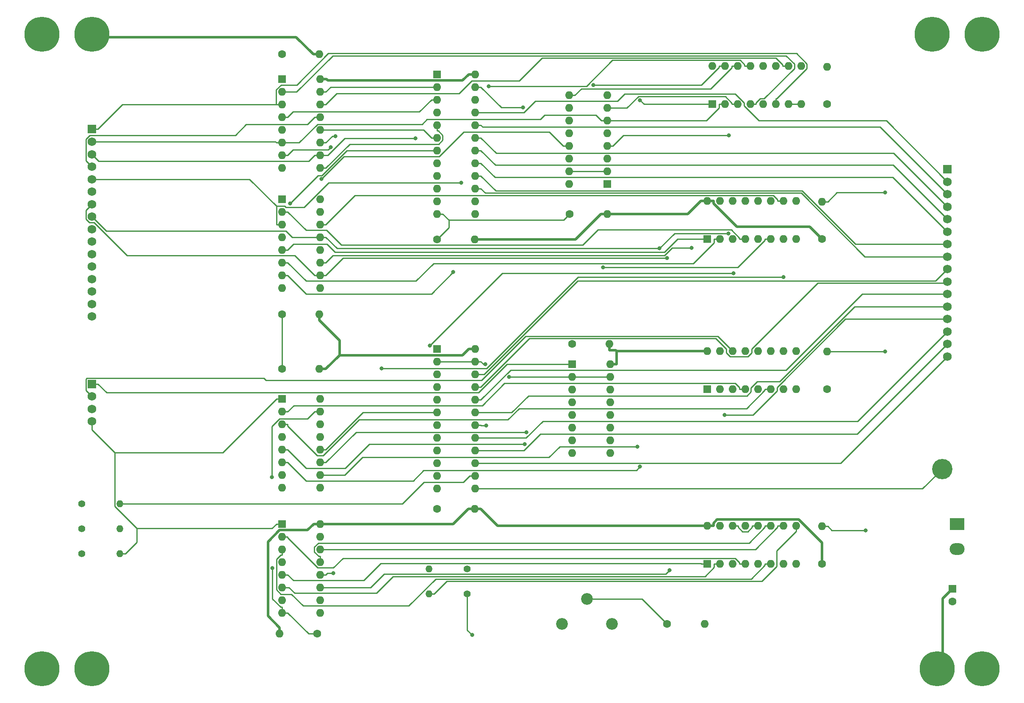
<source format=gbr>
%TF.GenerationSoftware,KiCad,Pcbnew,(5.1.10)-1*%
%TF.CreationDate,2021-10-21T23:45:09+02:00*%
%TF.ProjectId,Program Counter,50726f67-7261-46d2-9043-6f756e746572,rev1.0*%
%TF.SameCoordinates,Original*%
%TF.FileFunction,Copper,L1,Top*%
%TF.FilePolarity,Positive*%
%FSLAX46Y46*%
G04 Gerber Fmt 4.6, Leading zero omitted, Abs format (unit mm)*
G04 Created by KiCad (PCBNEW (5.1.10)-1) date 2021-10-21 23:45:09*
%MOMM*%
%LPD*%
G01*
G04 APERTURE LIST*
%TA.AperFunction,ComponentPad*%
%ADD10C,7.000000*%
%TD*%
%TA.AperFunction,ComponentPad*%
%ADD11C,0.800000*%
%TD*%
%TA.AperFunction,ComponentPad*%
%ADD12C,1.600000*%
%TD*%
%TA.AperFunction,ComponentPad*%
%ADD13O,1.600000X1.600000*%
%TD*%
%TA.AperFunction,ComponentPad*%
%ADD14R,1.600000X1.600000*%
%TD*%
%TA.AperFunction,ComponentPad*%
%ADD15C,1.400000*%
%TD*%
%TA.AperFunction,ComponentPad*%
%ADD16O,1.400000X1.400000*%
%TD*%
%TA.AperFunction,ComponentPad*%
%ADD17C,2.340000*%
%TD*%
%TA.AperFunction,ComponentPad*%
%ADD18R,3.000000X2.350000*%
%TD*%
%TA.AperFunction,ComponentPad*%
%ADD19O,3.000000X2.350000*%
%TD*%
%TA.AperFunction,ComponentPad*%
%ADD20C,4.064000*%
%TD*%
%TA.AperFunction,ComponentPad*%
%ADD21R,1.750000X1.750000*%
%TD*%
%TA.AperFunction,ComponentPad*%
%ADD22C,1.750000*%
%TD*%
%TA.AperFunction,ViaPad*%
%ADD23C,0.800000*%
%TD*%
%TA.AperFunction,Conductor*%
%ADD24C,0.254000*%
%TD*%
%TA.AperFunction,Conductor*%
%ADD25C,0.508000*%
%TD*%
G04 APERTURE END LIST*
D10*
%TO.P,H8,1*%
%TO.N,GNDREF*%
X56000000Y-152000000D03*
D11*
X58625000Y-152000000D03*
X57856155Y-153856155D03*
X56000000Y-154625000D03*
X54143845Y-153856155D03*
X53375000Y-152000000D03*
X54143845Y-150143845D03*
X56000000Y-149375000D03*
X57856155Y-150143845D03*
%TD*%
D10*
%TO.P,H7,1*%
%TO.N,GNDREF*%
X224000000Y-25000000D03*
D11*
X226625000Y-25000000D03*
X225856155Y-26856155D03*
X224000000Y-27625000D03*
X222143845Y-26856155D03*
X221375000Y-25000000D03*
X222143845Y-23143845D03*
X224000000Y-22375000D03*
X225856155Y-23143845D03*
%TD*%
D10*
%TO.P,H6,1*%
%TO.N,+5V*%
X56000000Y-25000000D03*
D11*
X58625000Y-25000000D03*
X57856155Y-26856155D03*
X56000000Y-27625000D03*
X54143845Y-26856155D03*
X53375000Y-25000000D03*
X54143845Y-23143845D03*
X56000000Y-22375000D03*
X57856155Y-23143845D03*
%TD*%
D10*
%TO.P,H5,1*%
%TO.N,+5V*%
X225000000Y-152000000D03*
D11*
X227625000Y-152000000D03*
X226856155Y-153856155D03*
X225000000Y-154625000D03*
X223143845Y-153856155D03*
X222375000Y-152000000D03*
X223143845Y-150143845D03*
X225000000Y-149375000D03*
X226856155Y-150143845D03*
%TD*%
D10*
%TO.P,H4,1*%
%TO.N,N/C*%
X234000000Y-25000000D03*
D11*
X236625000Y-25000000D03*
X235856155Y-26856155D03*
X234000000Y-27625000D03*
X232143845Y-26856155D03*
X231375000Y-25000000D03*
X232143845Y-23143845D03*
X234000000Y-22375000D03*
X235856155Y-23143845D03*
%TD*%
D10*
%TO.P,H3,1*%
%TO.N,N/C*%
X234000000Y-152000000D03*
D11*
X236625000Y-152000000D03*
X235856155Y-153856155D03*
X234000000Y-154625000D03*
X232143845Y-153856155D03*
X231375000Y-152000000D03*
X232143845Y-150143845D03*
X234000000Y-149375000D03*
X235856155Y-150143845D03*
%TD*%
D10*
%TO.P,H2,1*%
%TO.N,N/C*%
X46000000Y-152000000D03*
D11*
X48625000Y-152000000D03*
X47856155Y-153856155D03*
X46000000Y-154625000D03*
X44143845Y-153856155D03*
X43375000Y-152000000D03*
X44143845Y-150143845D03*
X46000000Y-149375000D03*
X47856155Y-150143845D03*
%TD*%
D10*
%TO.P,H1,1*%
%TO.N,N/C*%
X46000000Y-25000000D03*
D11*
X48625000Y-25000000D03*
X47856155Y-26856155D03*
X46000000Y-27625000D03*
X44143845Y-26856155D03*
X43375000Y-25000000D03*
X44143845Y-23143845D03*
X46000000Y-22375000D03*
X47856155Y-23143845D03*
%TD*%
D12*
%TO.P,C13,1*%
%TO.N,GNDREF*%
X152000000Y-87000000D03*
D13*
%TO.P,C13,2*%
%TO.N,+5V*%
X159500000Y-87000000D03*
%TD*%
D12*
%TO.P,C12,1*%
%TO.N,GNDREF*%
X151500000Y-61000000D03*
D13*
%TO.P,C12,2*%
%TO.N,+5V*%
X159000000Y-61000000D03*
%TD*%
D12*
%TO.P,C11,1*%
%TO.N,GNDREF*%
X101000000Y-145000000D03*
D13*
%TO.P,C11,2*%
%TO.N,+5V*%
X93500000Y-145000000D03*
%TD*%
D12*
%TO.P,C10,1*%
%TO.N,GNDREF*%
X94000000Y-92000000D03*
D13*
%TO.P,C10,2*%
%TO.N,+5V*%
X101500000Y-92000000D03*
%TD*%
D12*
%TO.P,C9,1*%
%TO.N,GNDREF*%
X94000000Y-81000000D03*
D13*
%TO.P,C9,2*%
%TO.N,+5V*%
X101500000Y-81000000D03*
%TD*%
D12*
%TO.P,C8,1*%
%TO.N,GNDREF*%
X94000000Y-29000000D03*
D13*
%TO.P,C8,2*%
%TO.N,+5V*%
X101500000Y-29000000D03*
%TD*%
D12*
%TO.P,C7,1*%
%TO.N,+5V*%
X202000000Y-131000000D03*
D13*
%TO.P,C7,2*%
%TO.N,GNDREF*%
X202000000Y-123500000D03*
%TD*%
D12*
%TO.P,C6,1*%
%TO.N,+5V*%
X203000000Y-96000000D03*
D13*
%TO.P,C6,2*%
%TO.N,GNDREF*%
X203000000Y-88500000D03*
%TD*%
D12*
%TO.P,C5,1*%
%TO.N,+5V*%
X202000000Y-66000000D03*
D13*
%TO.P,C5,2*%
%TO.N,GNDREF*%
X202000000Y-58500000D03*
%TD*%
D12*
%TO.P,C4,1*%
%TO.N,+5V*%
X203000000Y-39000000D03*
D13*
%TO.P,C4,2*%
%TO.N,GNDREF*%
X203000000Y-31500000D03*
%TD*%
D12*
%TO.P,C3,1*%
%TO.N,~PC_CLR*%
X171000000Y-143000000D03*
D13*
%TO.P,C3,2*%
%TO.N,GNDREF*%
X178500000Y-143000000D03*
%TD*%
D12*
%TO.P,C2,1*%
%TO.N,GNDREF*%
X125000000Y-120000000D03*
D13*
%TO.P,C2,2*%
%TO.N,+5V*%
X132500000Y-120000000D03*
%TD*%
D12*
%TO.P,C1,1*%
%TO.N,GNDREF*%
X125000000Y-66040000D03*
D13*
%TO.P,C1,2*%
%TO.N,+5V*%
X132500000Y-66040000D03*
%TD*%
D14*
%TO.P,REG8.2,1*%
%TO.N,GNDREF*%
X125000000Y-88000000D03*
D13*
%TO.P,REG8.2,13*%
%TO.N,CLK*%
X132620000Y-115940000D03*
%TO.P,REG8.2,2*%
%TO.N,GNDREF*%
X125000000Y-90540000D03*
%TO.P,REG8.2,14*%
%TO.N,~STALL*%
X132620000Y-113400000D03*
%TO.P,REG8.2,3*%
%TO.N,/N8*%
X125000000Y-93080000D03*
%TO.P,REG8.2,15*%
%TO.N,/O15*%
X132620000Y-110860000D03*
%TO.P,REG8.2,4*%
%TO.N,/N9*%
X125000000Y-95620000D03*
%TO.P,REG8.2,16*%
%TO.N,/O14*%
X132620000Y-108320000D03*
%TO.P,REG8.2,5*%
%TO.N,/N10*%
X125000000Y-98160000D03*
%TO.P,REG8.2,17*%
%TO.N,/O13*%
X132620000Y-105780000D03*
%TO.P,REG8.2,6*%
%TO.N,/N11*%
X125000000Y-100700000D03*
%TO.P,REG8.2,18*%
%TO.N,/O12*%
X132620000Y-103240000D03*
%TO.P,REG8.2,7*%
%TO.N,/N12*%
X125000000Y-103240000D03*
%TO.P,REG8.2,19*%
%TO.N,/O11*%
X132620000Y-100700000D03*
%TO.P,REG8.2,8*%
%TO.N,/N13*%
X125000000Y-105780000D03*
%TO.P,REG8.2,20*%
%TO.N,/O10*%
X132620000Y-98160000D03*
%TO.P,REG8.2,9*%
%TO.N,/N14*%
X125000000Y-108320000D03*
%TO.P,REG8.2,21*%
%TO.N,/O9*%
X132620000Y-95620000D03*
%TO.P,REG8.2,10*%
%TO.N,/N15*%
X125000000Y-110860000D03*
%TO.P,REG8.2,22*%
%TO.N,/O8*%
X132620000Y-93080000D03*
%TO.P,REG8.2,11*%
%TO.N,~PC_CLR*%
X125000000Y-113400000D03*
%TO.P,REG8.2,23*%
%TO.N,GNDREF*%
X132620000Y-90540000D03*
%TO.P,REG8.2,12*%
X125000000Y-115940000D03*
%TO.P,REG8.2,24*%
%TO.N,+5V*%
X132620000Y-88000000D03*
%TD*%
D14*
%TO.P,REG8.1,1*%
%TO.N,GNDREF*%
X125000000Y-33000000D03*
D13*
%TO.P,REG8.1,13*%
%TO.N,CLK*%
X132620000Y-60940000D03*
%TO.P,REG8.1,2*%
%TO.N,GNDREF*%
X125000000Y-35540000D03*
%TO.P,REG8.1,14*%
%TO.N,~STALL*%
X132620000Y-58400000D03*
%TO.P,REG8.1,3*%
%TO.N,/N0*%
X125000000Y-38080000D03*
%TO.P,REG8.1,15*%
%TO.N,/O7*%
X132620000Y-55860000D03*
%TO.P,REG8.1,4*%
%TO.N,/N1*%
X125000000Y-40620000D03*
%TO.P,REG8.1,16*%
%TO.N,/O6*%
X132620000Y-53320000D03*
%TO.P,REG8.1,5*%
%TO.N,/N2*%
X125000000Y-43160000D03*
%TO.P,REG8.1,17*%
%TO.N,/O5*%
X132620000Y-50780000D03*
%TO.P,REG8.1,6*%
%TO.N,/N3*%
X125000000Y-45700000D03*
%TO.P,REG8.1,18*%
%TO.N,/O4*%
X132620000Y-48240000D03*
%TO.P,REG8.1,7*%
%TO.N,/N4*%
X125000000Y-48240000D03*
%TO.P,REG8.1,19*%
%TO.N,/O3*%
X132620000Y-45700000D03*
%TO.P,REG8.1,8*%
%TO.N,/N5*%
X125000000Y-50780000D03*
%TO.P,REG8.1,20*%
%TO.N,/O2*%
X132620000Y-43160000D03*
%TO.P,REG8.1,9*%
%TO.N,/N6*%
X125000000Y-53320000D03*
%TO.P,REG8.1,21*%
%TO.N,/O1*%
X132620000Y-40620000D03*
%TO.P,REG8.1,10*%
%TO.N,/N7*%
X125000000Y-55860000D03*
%TO.P,REG8.1,22*%
%TO.N,/O0*%
X132620000Y-38080000D03*
%TO.P,REG8.1,11*%
%TO.N,~PC_CLR*%
X125000000Y-58400000D03*
%TO.P,REG8.1,23*%
%TO.N,GNDREF*%
X132620000Y-35540000D03*
%TO.P,REG8.1,12*%
X125000000Y-60940000D03*
%TO.P,REG8.1,24*%
%TO.N,+5V*%
X132620000Y-33000000D03*
%TD*%
D15*
%TO.P,R14,1*%
%TO.N,GNDREF*%
X54000000Y-124000000D03*
D16*
%TO.P,R14,2*%
%TO.N,JMP_IN*%
X61620000Y-124000000D03*
%TD*%
D15*
%TO.P,R10,1*%
%TO.N,GNDREF*%
X131000000Y-137000000D03*
D16*
%TO.P,R10,2*%
%TO.N,Net-(ADD4.4-Pad9)*%
X123380000Y-137000000D03*
%TD*%
D15*
%TO.P,R6,1*%
%TO.N,+5V*%
X131000000Y-132000000D03*
D16*
%TO.P,R6,2*%
%TO.N,Net-(POT1-Pad1)*%
X123380000Y-132000000D03*
%TD*%
D15*
%TO.P,R5,1*%
%TO.N,GNDREF*%
X54000000Y-119000000D03*
D16*
%TO.P,R5,2*%
%TO.N,~STALL*%
X61620000Y-119000000D03*
%TD*%
D15*
%TO.P,R4,1*%
%TO.N,GNDREF*%
X54000000Y-129000000D03*
D16*
%TO.P,R4,2*%
%TO.N,JMP_ABS*%
X61620000Y-129000000D03*
%TD*%
D17*
%TO.P,POT1,3*%
%TO.N,Net-(POT1-Pad3)*%
X160000000Y-143000000D03*
%TO.P,POT1,2*%
%TO.N,~PC_CLR*%
X155000000Y-138000000D03*
%TO.P,POT1,1*%
%TO.N,Net-(POT1-Pad1)*%
X150000000Y-143000000D03*
%TD*%
D14*
%TO.P,MUXB2,1*%
%TO.N,JMP_IN*%
X152000000Y-91000000D03*
D13*
%TO.P,MUXB2,9*%
%TO.N,/R6*%
X159620000Y-108780000D03*
%TO.P,MUXB2,2*%
%TO.N,GNDREF*%
X152000000Y-93540000D03*
%TO.P,MUXB2,10*%
%TO.N,/OFF6*%
X159620000Y-106240000D03*
%TO.P,MUXB2,3*%
%TO.N,/OFF4*%
X152000000Y-96080000D03*
%TO.P,MUXB2,11*%
%TO.N,GNDREF*%
X159620000Y-103700000D03*
%TO.P,MUXB2,4*%
%TO.N,/R4*%
X152000000Y-98620000D03*
%TO.P,MUXB2,12*%
%TO.N,/R7*%
X159620000Y-101160000D03*
%TO.P,MUXB2,5*%
%TO.N,GNDREF*%
X152000000Y-101160000D03*
%TO.P,MUXB2,13*%
%TO.N,/OFF7*%
X159620000Y-98620000D03*
%TO.P,MUXB2,6*%
%TO.N,/OFF5*%
X152000000Y-103700000D03*
%TO.P,MUXB2,14*%
%TO.N,GNDREF*%
X159620000Y-96080000D03*
%TO.P,MUXB2,7*%
%TO.N,/R5*%
X152000000Y-106240000D03*
%TO.P,MUXB2,15*%
%TO.N,GNDREF*%
X159620000Y-93540000D03*
%TO.P,MUXB2,8*%
X152000000Y-108780000D03*
%TO.P,MUXB2,16*%
%TO.N,+5V*%
X159620000Y-91000000D03*
%TD*%
D14*
%TO.P,MUXB1,1*%
%TO.N,JMP_IN*%
X159000000Y-55000000D03*
D13*
%TO.P,MUXB1,9*%
%TO.N,/R2*%
X151380000Y-37220000D03*
%TO.P,MUXB1,2*%
%TO.N,GNDREF*%
X159000000Y-52460000D03*
%TO.P,MUXB1,10*%
%TO.N,/OFF2*%
X151380000Y-39760000D03*
%TO.P,MUXB1,3*%
%TO.N,/OFF0*%
X159000000Y-49920000D03*
%TO.P,MUXB1,11*%
%TO.N,GNDREF*%
X151380000Y-42300000D03*
%TO.P,MUXB1,4*%
%TO.N,/R0*%
X159000000Y-47380000D03*
%TO.P,MUXB1,12*%
%TO.N,/R3*%
X151380000Y-44840000D03*
%TO.P,MUXB1,5*%
%TO.N,+5V*%
X159000000Y-44840000D03*
%TO.P,MUXB1,13*%
%TO.N,/OFF3*%
X151380000Y-47380000D03*
%TO.P,MUXB1,6*%
%TO.N,/OFF1*%
X159000000Y-42300000D03*
%TO.P,MUXB1,14*%
%TO.N,GNDREF*%
X151380000Y-49920000D03*
%TO.P,MUXB1,7*%
%TO.N,/R1*%
X159000000Y-39760000D03*
%TO.P,MUXB1,15*%
%TO.N,GNDREF*%
X151380000Y-52460000D03*
%TO.P,MUXB1,8*%
X159000000Y-37220000D03*
%TO.P,MUXB1,16*%
%TO.N,+5V*%
X151380000Y-55000000D03*
%TD*%
D14*
%TO.P,MUXA4,1*%
%TO.N,JMP_ABS*%
X94000000Y-123000000D03*
D13*
%TO.P,MUXA4,9*%
%TO.N,/N14*%
X101620000Y-140780000D03*
%TO.P,MUXA4,2*%
%TO.N,/S12*%
X94000000Y-125540000D03*
%TO.P,MUXA4,10*%
%TO.N,/OFF14*%
X101620000Y-138240000D03*
%TO.P,MUXA4,3*%
%TO.N,/OFF12*%
X94000000Y-128080000D03*
%TO.P,MUXA4,11*%
%TO.N,/S14*%
X101620000Y-135700000D03*
%TO.P,MUXA4,4*%
%TO.N,/N12*%
X94000000Y-130620000D03*
%TO.P,MUXA4,12*%
%TO.N,/N15*%
X101620000Y-133160000D03*
%TO.P,MUXA4,5*%
%TO.N,/S13*%
X94000000Y-133160000D03*
%TO.P,MUXA4,13*%
%TO.N,/OFF15*%
X101620000Y-130620000D03*
%TO.P,MUXA4,6*%
%TO.N,/OFF13*%
X94000000Y-135700000D03*
%TO.P,MUXA4,14*%
%TO.N,/S15*%
X101620000Y-128080000D03*
%TO.P,MUXA4,7*%
%TO.N,/N13*%
X94000000Y-138240000D03*
%TO.P,MUXA4,15*%
%TO.N,GNDREF*%
X101620000Y-125540000D03*
%TO.P,MUXA4,8*%
X94000000Y-140780000D03*
%TO.P,MUXA4,16*%
%TO.N,+5V*%
X101620000Y-123000000D03*
%TD*%
D14*
%TO.P,MUXA3,1*%
%TO.N,JMP_ABS*%
X94000000Y-98000000D03*
D13*
%TO.P,MUXA3,9*%
%TO.N,/N10*%
X101620000Y-115780000D03*
%TO.P,MUXA3,2*%
%TO.N,/S8*%
X94000000Y-100540000D03*
%TO.P,MUXA3,10*%
%TO.N,/OFF10*%
X101620000Y-113240000D03*
%TO.P,MUXA3,3*%
%TO.N,/OFF8*%
X94000000Y-103080000D03*
%TO.P,MUXA3,11*%
%TO.N,/S10*%
X101620000Y-110700000D03*
%TO.P,MUXA3,4*%
%TO.N,/N8*%
X94000000Y-105620000D03*
%TO.P,MUXA3,12*%
%TO.N,/N11*%
X101620000Y-108160000D03*
%TO.P,MUXA3,5*%
%TO.N,/S9*%
X94000000Y-108160000D03*
%TO.P,MUXA3,13*%
%TO.N,/OFF11*%
X101620000Y-105620000D03*
%TO.P,MUXA3,6*%
%TO.N,/OFF9*%
X94000000Y-110700000D03*
%TO.P,MUXA3,14*%
%TO.N,/S11*%
X101620000Y-103080000D03*
%TO.P,MUXA3,7*%
%TO.N,/N9*%
X94000000Y-113240000D03*
%TO.P,MUXA3,15*%
%TO.N,GNDREF*%
X101620000Y-100540000D03*
%TO.P,MUXA3,8*%
X94000000Y-115780000D03*
%TO.P,MUXA3,16*%
%TO.N,+5V*%
X101620000Y-98000000D03*
%TD*%
D14*
%TO.P,MUXA2,1*%
%TO.N,JMP_ABS*%
X94000000Y-58000000D03*
D13*
%TO.P,MUXA2,9*%
%TO.N,/N6*%
X101620000Y-75780000D03*
%TO.P,MUXA2,2*%
%TO.N,/S4*%
X94000000Y-60540000D03*
%TO.P,MUXA2,10*%
%TO.N,/OFF6*%
X101620000Y-73240000D03*
%TO.P,MUXA2,3*%
%TO.N,/OFF4*%
X94000000Y-63080000D03*
%TO.P,MUXA2,11*%
%TO.N,/S6*%
X101620000Y-70700000D03*
%TO.P,MUXA2,4*%
%TO.N,/N4*%
X94000000Y-65620000D03*
%TO.P,MUXA2,12*%
%TO.N,/N7*%
X101620000Y-68160000D03*
%TO.P,MUXA2,5*%
%TO.N,/S5*%
X94000000Y-68160000D03*
%TO.P,MUXA2,13*%
%TO.N,/OFF7*%
X101620000Y-65620000D03*
%TO.P,MUXA2,6*%
%TO.N,/OFF5*%
X94000000Y-70700000D03*
%TO.P,MUXA2,14*%
%TO.N,/S7*%
X101620000Y-63080000D03*
%TO.P,MUXA2,7*%
%TO.N,/N5*%
X94000000Y-73240000D03*
%TO.P,MUXA2,15*%
%TO.N,Net-(MUXA2-Pad15)*%
X101620000Y-60540000D03*
%TO.P,MUXA2,8*%
%TO.N,GNDREF*%
X94000000Y-75780000D03*
%TO.P,MUXA2,16*%
%TO.N,+5V*%
X101620000Y-58000000D03*
%TD*%
D14*
%TO.P,MUXA1,1*%
%TO.N,JMP_ABS*%
X94000000Y-34000000D03*
D13*
%TO.P,MUXA1,9*%
%TO.N,/N2*%
X101620000Y-51780000D03*
%TO.P,MUXA1,2*%
%TO.N,/S0*%
X94000000Y-36540000D03*
%TO.P,MUXA1,10*%
%TO.N,/OFF2*%
X101620000Y-49240000D03*
%TO.P,MUXA1,3*%
%TO.N,/OFF0*%
X94000000Y-39080000D03*
%TO.P,MUXA1,11*%
%TO.N,/S2*%
X101620000Y-46700000D03*
%TO.P,MUXA1,4*%
%TO.N,/N0*%
X94000000Y-41620000D03*
%TO.P,MUXA1,12*%
%TO.N,/N3*%
X101620000Y-44160000D03*
%TO.P,MUXA1,5*%
%TO.N,/S1*%
X94000000Y-44160000D03*
%TO.P,MUXA1,13*%
%TO.N,/OFF3*%
X101620000Y-41620000D03*
%TO.P,MUXA1,6*%
%TO.N,/OFF1*%
X94000000Y-46700000D03*
%TO.P,MUXA1,14*%
%TO.N,/S3*%
X101620000Y-39080000D03*
%TO.P,MUXA1,7*%
%TO.N,/N1*%
X94000000Y-49240000D03*
%TO.P,MUXA1,15*%
%TO.N,GNDREF*%
X101620000Y-36540000D03*
%TO.P,MUXA1,8*%
X94000000Y-51780000D03*
%TO.P,MUXA1,16*%
%TO.N,+5V*%
X101620000Y-34000000D03*
%TD*%
D18*
%TO.P,J5,1*%
%TO.N,GNDREF*%
X229000000Y-123000000D03*
D19*
%TO.P,J5,2*%
%TO.N,+5V*%
X229000000Y-128000000D03*
%TD*%
D20*
%TO.P,J4,1*%
%TO.N,CLK*%
X226000000Y-112000000D03*
%TD*%
D21*
%TO.P,J3,1*%
%TO.N,JMP_IN*%
X56000000Y-95000000D03*
D22*
%TO.P,J3,2*%
%TO.N,REL_SIGN*%
X56000000Y-97500000D03*
%TO.P,J3,3*%
%TO.N,~STALL*%
X56000000Y-100000000D03*
%TO.P,J3,4*%
%TO.N,JMP_ABS*%
X56000000Y-102500000D03*
%TD*%
D21*
%TO.P,J2,1*%
%TO.N,/OFF0*%
X56000000Y-44000000D03*
D22*
%TO.P,J2,2*%
%TO.N,/OFF1*%
X56000000Y-46500000D03*
%TO.P,J2,3*%
%TO.N,/OFF2*%
X56000000Y-49000000D03*
%TO.P,J2,4*%
%TO.N,/OFF3*%
X56000000Y-51500000D03*
%TO.P,J2,5*%
%TO.N,/OFF4*%
X56000000Y-54000000D03*
%TO.P,J2,6*%
%TO.N,/OFF5*%
X56000000Y-56500000D03*
%TO.P,J2,7*%
%TO.N,/OFF6*%
X56000000Y-59000000D03*
%TO.P,J2,8*%
%TO.N,/OFF7*%
X56000000Y-61500000D03*
%TO.P,J2,9*%
%TO.N,/OFF8*%
X56000000Y-64000000D03*
%TO.P,J2,10*%
%TO.N,/OFF9*%
X56000000Y-66500000D03*
%TO.P,J2,11*%
%TO.N,/OFF10*%
X56000000Y-69000000D03*
%TO.P,J2,12*%
%TO.N,/OFF11*%
X56000000Y-71500000D03*
%TO.P,J2,13*%
%TO.N,/OFF12*%
X56000000Y-74000000D03*
%TO.P,J2,14*%
%TO.N,/OFF13*%
X56000000Y-76500000D03*
%TO.P,J2,15*%
%TO.N,/OFF14*%
X56000000Y-79000000D03*
%TO.P,J2,16*%
%TO.N,/OFF15*%
X56000000Y-81500000D03*
%TD*%
D21*
%TO.P,J1,1*%
%TO.N,/O0*%
X227000000Y-52000000D03*
D22*
%TO.P,J1,2*%
%TO.N,/O1*%
X227000000Y-54500000D03*
%TO.P,J1,3*%
%TO.N,/O2*%
X227000000Y-57000000D03*
%TO.P,J1,4*%
%TO.N,/O3*%
X227000000Y-59500000D03*
%TO.P,J1,5*%
%TO.N,/O4*%
X227000000Y-62000000D03*
%TO.P,J1,6*%
%TO.N,/O5*%
X227000000Y-64500000D03*
%TO.P,J1,7*%
%TO.N,/O6*%
X227000000Y-67000000D03*
%TO.P,J1,8*%
%TO.N,/O7*%
X227000000Y-69500000D03*
%TO.P,J1,9*%
%TO.N,/O8*%
X227000000Y-72000000D03*
%TO.P,J1,10*%
%TO.N,/O9*%
X227000000Y-74500000D03*
%TO.P,J1,11*%
%TO.N,/O10*%
X227000000Y-77000000D03*
%TO.P,J1,12*%
%TO.N,/O11*%
X227000000Y-79500000D03*
%TO.P,J1,13*%
%TO.N,/O12*%
X227000000Y-82000000D03*
%TO.P,J1,14*%
%TO.N,/O13*%
X227000000Y-84500000D03*
%TO.P,J1,15*%
%TO.N,/O14*%
X227000000Y-87000000D03*
%TO.P,J1,16*%
%TO.N,/O15*%
X227000000Y-89500000D03*
%TD*%
D14*
%TO.P,C_BOARD1,1*%
%TO.N,+5V*%
X228000000Y-136000000D03*
D12*
%TO.P,C_BOARD1,2*%
%TO.N,GNDREF*%
X228000000Y-138500000D03*
%TD*%
D14*
%TO.P,ADD4.2,1*%
%TO.N,/S5*%
X179000000Y-66000000D03*
D13*
%TO.P,ADD4.2,9*%
%TO.N,Net-(ADD4.2-Pad9)*%
X196780000Y-58380000D03*
%TO.P,ADD4.2,2*%
%TO.N,/OFF5*%
X181540000Y-66000000D03*
%TO.P,ADD4.2,10*%
%TO.N,/S7*%
X194240000Y-58380000D03*
%TO.P,ADD4.2,3*%
%TO.N,/R5*%
X184080000Y-66000000D03*
%TO.P,ADD4.2,11*%
%TO.N,/OFF7*%
X191700000Y-58380000D03*
%TO.P,ADD4.2,4*%
%TO.N,/S4*%
X186620000Y-66000000D03*
%TO.P,ADD4.2,12*%
%TO.N,/R7*%
X189160000Y-58380000D03*
%TO.P,ADD4.2,5*%
%TO.N,/R4*%
X189160000Y-66000000D03*
%TO.P,ADD4.2,13*%
%TO.N,/S6*%
X186620000Y-58380000D03*
%TO.P,ADD4.2,6*%
%TO.N,/OFF4*%
X191700000Y-66000000D03*
%TO.P,ADD4.2,14*%
%TO.N,/R6*%
X184080000Y-58380000D03*
%TO.P,ADD4.2,7*%
%TO.N,Net-(ADD4.1-Pad9)*%
X194240000Y-66000000D03*
%TO.P,ADD4.2,15*%
%TO.N,/OFF6*%
X181540000Y-58380000D03*
%TO.P,ADD4.2,8*%
%TO.N,GNDREF*%
X196780000Y-66000000D03*
%TO.P,ADD4.2,16*%
%TO.N,+5V*%
X179000000Y-58380000D03*
%TD*%
D14*
%TO.P,ADD4.1,1*%
%TO.N,/S1*%
X180000000Y-39000000D03*
D13*
%TO.P,ADD4.1,9*%
%TO.N,Net-(ADD4.1-Pad9)*%
X197780000Y-31380000D03*
%TO.P,ADD4.1,2*%
%TO.N,/OFF1*%
X182540000Y-39000000D03*
%TO.P,ADD4.1,10*%
%TO.N,/S3*%
X195240000Y-31380000D03*
%TO.P,ADD4.1,3*%
%TO.N,/R1*%
X185080000Y-39000000D03*
%TO.P,ADD4.1,11*%
%TO.N,/OFF3*%
X192700000Y-31380000D03*
%TO.P,ADD4.1,4*%
%TO.N,/S0*%
X187620000Y-39000000D03*
%TO.P,ADD4.1,12*%
%TO.N,/R3*%
X190160000Y-31380000D03*
%TO.P,ADD4.1,5*%
%TO.N,/R0*%
X190160000Y-39000000D03*
%TO.P,ADD4.1,13*%
%TO.N,/S2*%
X187620000Y-31380000D03*
%TO.P,ADD4.1,6*%
%TO.N,/OFF0*%
X192700000Y-39000000D03*
%TO.P,ADD4.1,14*%
%TO.N,/R2*%
X185080000Y-31380000D03*
%TO.P,ADD4.1,7*%
%TO.N,GNDREF*%
X195240000Y-39000000D03*
%TO.P,ADD4.1,15*%
%TO.N,/OFF2*%
X182540000Y-31380000D03*
%TO.P,ADD4.1,8*%
%TO.N,GNDREF*%
X197780000Y-39000000D03*
%TO.P,ADD4.1,16*%
%TO.N,+5V*%
X180000000Y-31380000D03*
%TD*%
D14*
%TO.P,ADD4.3,1*%
%TO.N,/S9*%
X179000000Y-96000000D03*
D13*
%TO.P,ADD4.3,9*%
%TO.N,Net-(ADD4.3-Pad9)*%
X196780000Y-88380000D03*
%TO.P,ADD4.3,2*%
%TO.N,/OFF9*%
X181540000Y-96000000D03*
%TO.P,ADD4.3,10*%
%TO.N,/S11*%
X194240000Y-88380000D03*
%TO.P,ADD4.3,3*%
%TO.N,REL_SIGN*%
X184080000Y-96000000D03*
%TO.P,ADD4.3,11*%
%TO.N,/OFF11*%
X191700000Y-88380000D03*
%TO.P,ADD4.3,4*%
%TO.N,/S8*%
X186620000Y-96000000D03*
%TO.P,ADD4.3,12*%
%TO.N,REL_SIGN*%
X189160000Y-88380000D03*
%TO.P,ADD4.3,5*%
X189160000Y-96000000D03*
%TO.P,ADD4.3,13*%
%TO.N,/S10*%
X186620000Y-88380000D03*
%TO.P,ADD4.3,6*%
%TO.N,/OFF8*%
X191700000Y-96000000D03*
%TO.P,ADD4.3,14*%
%TO.N,REL_SIGN*%
X184080000Y-88380000D03*
%TO.P,ADD4.3,7*%
%TO.N,Net-(ADD4.2-Pad9)*%
X194240000Y-96000000D03*
%TO.P,ADD4.3,15*%
%TO.N,/OFF10*%
X181540000Y-88380000D03*
%TO.P,ADD4.3,8*%
%TO.N,GNDREF*%
X196780000Y-96000000D03*
%TO.P,ADD4.3,16*%
%TO.N,+5V*%
X179000000Y-88380000D03*
%TD*%
D14*
%TO.P,ADD4.4,1*%
%TO.N,/S13*%
X179000000Y-131000000D03*
D13*
%TO.P,ADD4.4,9*%
%TO.N,Net-(ADD4.4-Pad9)*%
X196780000Y-123380000D03*
%TO.P,ADD4.4,2*%
%TO.N,/OFF13*%
X181540000Y-131000000D03*
%TO.P,ADD4.4,10*%
%TO.N,/S15*%
X194240000Y-123380000D03*
%TO.P,ADD4.4,3*%
%TO.N,REL_SIGN*%
X184080000Y-131000000D03*
%TO.P,ADD4.4,11*%
%TO.N,/OFF15*%
X191700000Y-123380000D03*
%TO.P,ADD4.4,4*%
%TO.N,/S12*%
X186620000Y-131000000D03*
%TO.P,ADD4.4,12*%
%TO.N,REL_SIGN*%
X189160000Y-123380000D03*
%TO.P,ADD4.4,5*%
X189160000Y-131000000D03*
%TO.P,ADD4.4,13*%
%TO.N,/S14*%
X186620000Y-123380000D03*
%TO.P,ADD4.4,6*%
%TO.N,/OFF12*%
X191700000Y-131000000D03*
%TO.P,ADD4.4,14*%
%TO.N,REL_SIGN*%
X184080000Y-123380000D03*
%TO.P,ADD4.4,7*%
%TO.N,Net-(ADD4.3-Pad9)*%
X194240000Y-131000000D03*
%TO.P,ADD4.4,15*%
%TO.N,/OFF14*%
X181540000Y-123380000D03*
%TO.P,ADD4.4,8*%
%TO.N,GNDREF*%
X196780000Y-131000000D03*
%TO.P,ADD4.4,16*%
%TO.N,+5V*%
X179000000Y-123380000D03*
%TD*%
D23*
%TO.N,/S14*%
X171456400Y-132287300D03*
%TO.N,/S9*%
X142562100Y-107050000D03*
%TO.N,/OFF9*%
X165590900Y-111536500D03*
%TO.N,/S11*%
X113917600Y-91909700D03*
X194240000Y-73628000D03*
%TO.N,/OFF11*%
X184267000Y-72864100D03*
X123589100Y-87323500D03*
%TO.N,/S10*%
X142864500Y-104652700D03*
%TO.N,/OFF10*%
X165020600Y-107510000D03*
%TO.N,/S1*%
X165587000Y-38164300D03*
%TO.N,/OFF3*%
X101915000Y-53976300D03*
%TO.N,/R0*%
X183326000Y-45217700D03*
%TO.N,/S2*%
X104675400Y-45384000D03*
X135361700Y-35377500D03*
%TO.N,/OFF2*%
X120668400Y-45836100D03*
X156245400Y-35160600D03*
%TO.N,/OFF7*%
X183213500Y-64872600D03*
X169475200Y-67871900D03*
%TO.N,/S6*%
X175860100Y-67707100D03*
%TO.N,/OFF4*%
X129800500Y-54698000D03*
X158205500Y-71669300D03*
%TO.N,/OFF6*%
X170954200Y-69769400D03*
%TO.N,/O12*%
X134790500Y-103338800D03*
X182463000Y-101167800D03*
%TO.N,/N1*%
X103762000Y-47566800D03*
%TO.N,/N4*%
X95589200Y-58890000D03*
%TO.N,/N5*%
X128232700Y-72601200D03*
%TO.N,/N15*%
X104285000Y-132849400D03*
%TO.N,GNDREF*%
X142201400Y-39676600D03*
X214584800Y-88499000D03*
X91966000Y-113642500D03*
X92065300Y-131813300D03*
X131995000Y-145242600D03*
X210659300Y-124293800D03*
X134693700Y-91074900D03*
X139410700Y-93540000D03*
X214584800Y-56681400D03*
%TD*%
D24*
%TO.N,/S13*%
X95127300Y-133160000D02*
X96256100Y-134288800D01*
X96256100Y-134288800D02*
X110347600Y-134288800D01*
X110347600Y-134288800D02*
X113735800Y-130900600D01*
X113735800Y-130900600D02*
X177773300Y-130900600D01*
X177773300Y-130900600D02*
X177872700Y-131000000D01*
X94000000Y-133160000D02*
X95127300Y-133160000D01*
X179000000Y-131000000D02*
X177872700Y-131000000D01*
%TO.N,Net-(ADD4.4-Pad9)*%
X124407300Y-137000000D02*
X126929000Y-134478300D01*
X126929000Y-134478300D02*
X189899900Y-134478300D01*
X189899900Y-134478300D02*
X192885100Y-131493100D01*
X192885100Y-131493100D02*
X192885100Y-128402200D01*
X192885100Y-128402200D02*
X196780000Y-124507300D01*
X123380000Y-137000000D02*
X124407300Y-137000000D01*
X196780000Y-123380000D02*
X196780000Y-124507300D01*
%TO.N,/OFF13*%
X95127300Y-135700000D02*
X95393500Y-135700000D01*
X95393500Y-135700000D02*
X96533100Y-136839600D01*
X96533100Y-136839600D02*
X112925200Y-136839600D01*
X112925200Y-136839600D02*
X116195200Y-133569600D01*
X116195200Y-133569600D02*
X178557800Y-133569600D01*
X178557800Y-133569600D02*
X180412700Y-131714700D01*
X180412700Y-131714700D02*
X180412700Y-131000000D01*
X181540000Y-131000000D02*
X180412700Y-131000000D01*
X94000000Y-135700000D02*
X95127300Y-135700000D01*
%TO.N,/S15*%
X194240000Y-123380000D02*
X193112700Y-123380000D01*
X193112700Y-123380000D02*
X193112700Y-123661800D01*
X193112700Y-123661800D02*
X188694500Y-128080000D01*
X188694500Y-128080000D02*
X101620000Y-128080000D01*
%TO.N,REL_SIGN*%
X56000000Y-97500000D02*
X54797600Y-96297600D01*
X54797600Y-96297600D02*
X54797600Y-93953800D01*
X54797600Y-93953800D02*
X54953800Y-93797600D01*
X54953800Y-93797600D02*
X90385700Y-93797600D01*
X90385700Y-93797600D02*
X90800000Y-94211900D01*
X90800000Y-94211900D02*
X133885500Y-94211900D01*
X133885500Y-94211900D02*
X142679200Y-85418200D01*
X142679200Y-85418200D02*
X181118200Y-85418200D01*
X181118200Y-85418200D02*
X184080000Y-88380000D01*
X184080000Y-123380000D02*
X185207300Y-123380000D01*
X185207300Y-123380000D02*
X185207300Y-123661800D01*
X185207300Y-123661800D02*
X186080500Y-124535000D01*
X186080500Y-124535000D02*
X187111300Y-124535000D01*
X187111300Y-124535000D02*
X188032700Y-123613600D01*
X188032700Y-123613600D02*
X188032700Y-123380000D01*
X189160000Y-123380000D02*
X188032700Y-123380000D01*
%TO.N,/OFF15*%
X191700000Y-123380000D02*
X190572700Y-123380000D01*
X101620000Y-130620000D02*
X101620000Y-129492700D01*
X101620000Y-129492700D02*
X101338200Y-129492700D01*
X101338200Y-129492700D02*
X100478900Y-128633400D01*
X100478900Y-128633400D02*
X100478900Y-127614800D01*
X100478900Y-127614800D02*
X101270200Y-126823500D01*
X101270200Y-126823500D02*
X187362800Y-126823500D01*
X187362800Y-126823500D02*
X190572700Y-123613600D01*
X190572700Y-123613600D02*
X190572700Y-123380000D01*
%TO.N,/S12*%
X94000000Y-125540000D02*
X95127300Y-125540000D01*
X186620000Y-131000000D02*
X185492700Y-131000000D01*
X185492700Y-131000000D02*
X185492700Y-130718200D01*
X185492700Y-130718200D02*
X184640000Y-129865500D01*
X184640000Y-129865500D02*
X106171600Y-129865500D01*
X106171600Y-129865500D02*
X104276500Y-131760600D01*
X104276500Y-131760600D02*
X101114300Y-131760600D01*
X101114300Y-131760600D02*
X95127300Y-125773600D01*
X95127300Y-125773600D02*
X95127300Y-125540000D01*
%TO.N,/S14*%
X171456400Y-132287300D02*
X170716300Y-133027400D01*
X170716300Y-133027400D02*
X114400500Y-133027400D01*
X114400500Y-133027400D02*
X111727900Y-135700000D01*
X111727900Y-135700000D02*
X101620000Y-135700000D01*
%TO.N,/OFF12*%
X94000000Y-129207300D02*
X93718200Y-129207300D01*
X93718200Y-129207300D02*
X92872600Y-130052900D01*
X92872600Y-130052900D02*
X92872600Y-136173500D01*
X92872600Y-136173500D02*
X93766100Y-137067000D01*
X93766100Y-137067000D02*
X95900200Y-137067000D01*
X95900200Y-137067000D02*
X98239600Y-139406400D01*
X98239600Y-139406400D02*
X119346300Y-139406400D01*
X119346300Y-139406400D02*
X124728700Y-134024000D01*
X124728700Y-134024000D02*
X187782300Y-134024000D01*
X187782300Y-134024000D02*
X190572700Y-131233600D01*
X190572700Y-131233600D02*
X190572700Y-131000000D01*
X191700000Y-131000000D02*
X190572700Y-131000000D01*
X94000000Y-128080000D02*
X94000000Y-129207300D01*
D25*
%TO.N,+5V*%
X59168700Y-25543600D02*
X57856200Y-26856100D01*
X100245700Y-29000000D02*
X96789300Y-25543600D01*
X96789300Y-25543600D02*
X59168700Y-25543600D01*
X58625000Y-25000000D02*
X59168700Y-25543600D01*
X101500000Y-29000000D02*
X100245700Y-29000000D01*
X226087400Y-149375000D02*
X226856200Y-150143800D01*
X225000000Y-149375000D02*
X226087400Y-149375000D01*
X228000000Y-136000000D02*
X226087400Y-137912600D01*
X226087400Y-137912600D02*
X226087400Y-149375000D01*
X223143900Y-150143800D02*
X223912700Y-149375000D01*
X223912700Y-149375000D02*
X225000000Y-149375000D01*
X179000000Y-123380000D02*
X180254300Y-123380000D01*
X202000000Y-131000000D02*
X202000000Y-126777800D01*
X202000000Y-126777800D02*
X197340000Y-122117800D01*
X197340000Y-122117800D02*
X180996700Y-122117800D01*
X180996700Y-122117800D02*
X180254300Y-122860200D01*
X180254300Y-122860200D02*
X180254300Y-123380000D01*
X101500000Y-81000000D02*
X101500000Y-82254300D01*
X105500000Y-89254300D02*
X102754300Y-92000000D01*
X131365700Y-88000000D02*
X130111400Y-89254300D01*
X130111400Y-89254300D02*
X105500000Y-89254300D01*
X101500000Y-82254300D02*
X105500000Y-86254300D01*
X105500000Y-86254300D02*
X105500000Y-89254300D01*
X101500000Y-92000000D02*
X102754300Y-92000000D01*
X132620000Y-88000000D02*
X131365700Y-88000000D01*
X226856200Y-152768800D02*
X226856200Y-153856100D01*
X227625000Y-152000000D02*
X226856200Y-152768800D01*
X225000000Y-152000000D02*
X226087400Y-152000000D01*
X226087400Y-152000000D02*
X226856200Y-152768800D01*
X223143900Y-152768900D02*
X223912800Y-152000000D01*
X223912800Y-152000000D02*
X225000000Y-152000000D01*
X93500000Y-145000000D02*
X93500000Y-143745700D01*
X101620000Y-123000000D02*
X100365700Y-123000000D01*
X100365700Y-123000000D02*
X99111400Y-124254300D01*
X99111400Y-124254300D02*
X93511500Y-124254300D01*
X93511500Y-124254300D02*
X91183100Y-126582700D01*
X91183100Y-126582700D02*
X91183100Y-141428800D01*
X91183100Y-141428800D02*
X93500000Y-143745700D01*
X131245700Y-120000000D02*
X128245700Y-123000000D01*
X128245700Y-123000000D02*
X101620000Y-123000000D01*
X159500000Y-87000000D02*
X159500000Y-88254300D01*
X160874300Y-88380000D02*
X160874300Y-91000000D01*
X159500000Y-88254300D02*
X160748600Y-88254300D01*
X160748600Y-88254300D02*
X160874300Y-88380000D01*
X177745700Y-88380000D02*
X160874300Y-88380000D01*
X159620000Y-91000000D02*
X160874300Y-91000000D01*
X179000000Y-88380000D02*
X177745700Y-88380000D01*
X132500000Y-120000000D02*
X131245700Y-120000000D01*
X132500000Y-120000000D02*
X133754300Y-120000000D01*
X179000000Y-123380000D02*
X137134300Y-123380000D01*
X137134300Y-123380000D02*
X133754300Y-120000000D01*
X157745700Y-61000000D02*
X152705700Y-66040000D01*
X152705700Y-66040000D02*
X133754300Y-66040000D01*
X159000000Y-61000000D02*
X157745700Y-61000000D01*
X159000000Y-61000000D02*
X175125700Y-61000000D01*
X175125700Y-61000000D02*
X177745700Y-58380000D01*
X132500000Y-66040000D02*
X133754300Y-66040000D01*
X179000000Y-58380000D02*
X180254300Y-58380000D01*
X202000000Y-66000000D02*
X199549100Y-63549100D01*
X199549100Y-63549100D02*
X184903600Y-63549100D01*
X184903600Y-63549100D02*
X180254300Y-58899800D01*
X180254300Y-58899800D02*
X180254300Y-58380000D01*
X226856200Y-150143800D02*
X227625000Y-150912600D01*
X227625000Y-150912600D02*
X227625000Y-152000000D01*
X56768800Y-23143800D02*
X56000000Y-22375000D01*
X57856200Y-23143800D02*
X56768800Y-23143800D01*
X56768800Y-23143800D02*
X56768800Y-24231200D01*
X56768800Y-24231200D02*
X56000000Y-25000000D01*
X223143900Y-152768900D02*
X223143900Y-153856100D01*
X222375000Y-152000000D02*
X223143900Y-152768900D01*
X54143900Y-25768900D02*
X54143900Y-26856100D01*
X53375000Y-25000000D02*
X54143900Y-25768900D01*
X56000000Y-25000000D02*
X54912800Y-25000000D01*
X54912800Y-25000000D02*
X54143900Y-25768900D01*
X179000000Y-58380000D02*
X177745700Y-58380000D01*
X56000000Y-27625000D02*
X54912800Y-27625000D01*
X54912800Y-27625000D02*
X54143900Y-26856100D01*
X54143900Y-23143800D02*
X54912700Y-22375000D01*
X54912700Y-22375000D02*
X56000000Y-22375000D01*
X225000000Y-154625000D02*
X223912800Y-154625000D01*
X223912800Y-154625000D02*
X223143900Y-153856100D01*
X101620000Y-34000000D02*
X102874300Y-34000000D01*
X132620000Y-33000000D02*
X131365700Y-33000000D01*
X131365700Y-33000000D02*
X130111300Y-34254400D01*
X130111300Y-34254400D02*
X103128700Y-34254400D01*
X103128700Y-34254400D02*
X102874300Y-34000000D01*
D24*
%TO.N,/S9*%
X95127300Y-108160000D02*
X98814500Y-111847200D01*
X98814500Y-111847200D02*
X106637100Y-111847200D01*
X106637100Y-111847200D02*
X111434300Y-107050000D01*
X111434300Y-107050000D02*
X142562100Y-107050000D01*
X94000000Y-108160000D02*
X95127300Y-108160000D01*
%TO.N,/OFF9*%
X95127300Y-110700000D02*
X98811700Y-114384400D01*
X98811700Y-114384400D02*
X120218300Y-114384400D01*
X120218300Y-114384400D02*
X122330100Y-112272600D01*
X122330100Y-112272600D02*
X164854800Y-112272600D01*
X164854800Y-112272600D02*
X165590900Y-111536500D01*
X94000000Y-110700000D02*
X95127300Y-110700000D01*
%TO.N,/S11*%
X194240000Y-73628000D02*
X153169300Y-73628000D01*
X153169300Y-73628000D02*
X134887600Y-91909700D01*
X134887600Y-91909700D02*
X113917600Y-91909700D01*
%TO.N,/OFF11*%
X123589100Y-87323500D02*
X138048500Y-72864100D01*
X138048500Y-72864100D02*
X184267000Y-72864100D01*
%TO.N,/S8*%
X94000000Y-100540000D02*
X95127300Y-100540000D01*
X186620000Y-96000000D02*
X185492700Y-96000000D01*
X185492700Y-96000000D02*
X185492700Y-95718200D01*
X185492700Y-95718200D02*
X184641300Y-94866800D01*
X184641300Y-94866800D02*
X138459100Y-94866800D01*
X138459100Y-94866800D02*
X134029500Y-99296400D01*
X134029500Y-99296400D02*
X96370900Y-99296400D01*
X96370900Y-99296400D02*
X95127300Y-100540000D01*
%TO.N,/S10*%
X102747300Y-110700000D02*
X108794600Y-104652700D01*
X108794600Y-104652700D02*
X142864500Y-104652700D01*
X101620000Y-110700000D02*
X102747300Y-110700000D01*
%TO.N,/OFF8*%
X191700000Y-96000000D02*
X190572700Y-96000000D01*
X94000000Y-103080000D02*
X95127300Y-103080000D01*
X95127300Y-103080000D02*
X95127300Y-103361800D01*
X95127300Y-103361800D02*
X101052800Y-109287300D01*
X101052800Y-109287300D02*
X102262700Y-109287300D01*
X102262700Y-109287300D02*
X109437400Y-102112600D01*
X109437400Y-102112600D02*
X139172000Y-102112600D01*
X139172000Y-102112600D02*
X141394600Y-99890000D01*
X141394600Y-99890000D02*
X186916300Y-99890000D01*
X186916300Y-99890000D02*
X190572700Y-96233600D01*
X190572700Y-96233600D02*
X190572700Y-96000000D01*
%TO.N,/OFF10*%
X101620000Y-113240000D02*
X106553800Y-113240000D01*
X106553800Y-113240000D02*
X110123400Y-109670400D01*
X110123400Y-109670400D02*
X147359400Y-109670400D01*
X147359400Y-109670400D02*
X149519800Y-107510000D01*
X149519800Y-107510000D02*
X165020600Y-107510000D01*
%TO.N,/S1*%
X178872700Y-39000000D02*
X166422700Y-39000000D01*
X166422700Y-39000000D02*
X165587000Y-38164300D01*
X180000000Y-39000000D02*
X178872700Y-39000000D01*
%TO.N,/OFF1*%
X94000000Y-46700000D02*
X92872700Y-46700000D01*
X56000000Y-46500000D02*
X92672700Y-46500000D01*
X92672700Y-46500000D02*
X92872700Y-46700000D01*
X159000000Y-42300000D02*
X157872700Y-42300000D01*
X94000000Y-46700000D02*
X97440400Y-46700000D01*
X97440400Y-46700000D02*
X101154700Y-42985700D01*
X101154700Y-42985700D02*
X122002400Y-42985700D01*
X122002400Y-42985700D02*
X123001100Y-41987000D01*
X123001100Y-41987000D02*
X145653400Y-41987000D01*
X145653400Y-41987000D02*
X146490800Y-41149600D01*
X146490800Y-41149600D02*
X156722300Y-41149600D01*
X156722300Y-41149600D02*
X157872700Y-42300000D01*
X181412700Y-39000000D02*
X181412700Y-39704600D01*
X181412700Y-39704600D02*
X178817300Y-42300000D01*
X178817300Y-42300000D02*
X159000000Y-42300000D01*
X182540000Y-39000000D02*
X181412700Y-39000000D01*
%TO.N,/S3*%
X194112700Y-31380000D02*
X194112700Y-31098200D01*
X194112700Y-31098200D02*
X192756800Y-29742300D01*
X192756800Y-29742300D02*
X145972300Y-29742300D01*
X145972300Y-29742300D02*
X141444600Y-34270000D01*
X141444600Y-34270000D02*
X131979700Y-34270000D01*
X131979700Y-34270000D02*
X129379400Y-36870300D01*
X129379400Y-36870300D02*
X104957000Y-36870300D01*
X104957000Y-36870300D02*
X102747300Y-39080000D01*
X101620000Y-39080000D02*
X102747300Y-39080000D01*
X195240000Y-31380000D02*
X194112700Y-31380000D01*
%TO.N,/R1*%
X183952700Y-39000000D02*
X183952700Y-38766400D01*
X183952700Y-38766400D02*
X182623300Y-37437000D01*
X182623300Y-37437000D02*
X165285800Y-37437000D01*
X165285800Y-37437000D02*
X162962800Y-39760000D01*
X162962800Y-39760000D02*
X160127300Y-39760000D01*
X185080000Y-39000000D02*
X183952700Y-39000000D01*
X159000000Y-39760000D02*
X160127300Y-39760000D01*
%TO.N,/OFF3*%
X151380000Y-47380000D02*
X150252700Y-47380000D01*
X101915000Y-53976300D02*
X106412100Y-49479200D01*
X106412100Y-49479200D02*
X125432000Y-49479200D01*
X125432000Y-49479200D02*
X130351400Y-44559800D01*
X130351400Y-44559800D02*
X147432500Y-44559800D01*
X147432500Y-44559800D02*
X150252700Y-47380000D01*
X101056400Y-41620000D02*
X101620000Y-41620000D01*
X101056400Y-41620000D02*
X100492700Y-41620000D01*
X56000000Y-51500000D02*
X54770300Y-50270300D01*
X54770300Y-50270300D02*
X54770300Y-46024100D01*
X54770300Y-46024100D02*
X55592000Y-45202400D01*
X55592000Y-45202400D02*
X84684600Y-45202400D01*
X84684600Y-45202400D02*
X86854400Y-43032600D01*
X86854400Y-43032600D02*
X99080100Y-43032600D01*
X99080100Y-43032600D02*
X100492700Y-41620000D01*
%TO.N,/S0*%
X188747300Y-39000000D02*
X188747300Y-38718100D01*
X188747300Y-38718100D02*
X189592700Y-37872700D01*
X189592700Y-37872700D02*
X190373400Y-37872700D01*
X190373400Y-37872700D02*
X196417300Y-31828800D01*
X196417300Y-31828800D02*
X196417300Y-30901600D01*
X196417300Y-30901600D02*
X194803700Y-29288000D01*
X194803700Y-29288000D02*
X104179500Y-29288000D01*
X104179500Y-29288000D02*
X96927500Y-36540000D01*
X96927500Y-36540000D02*
X94000000Y-36540000D01*
X187620000Y-39000000D02*
X188747300Y-39000000D01*
%TO.N,/R0*%
X159000000Y-47380000D02*
X160127300Y-47380000D01*
X183326000Y-45217700D02*
X162289600Y-45217700D01*
X162289600Y-45217700D02*
X160127300Y-47380000D01*
%TO.N,/S2*%
X187620000Y-31380000D02*
X186492700Y-31380000D01*
X101620000Y-46700000D02*
X102747300Y-46700000D01*
X104675400Y-45384000D02*
X104063300Y-45384000D01*
X104063300Y-45384000D02*
X102747300Y-46700000D01*
X186492700Y-31380000D02*
X186492700Y-31098200D01*
X186492700Y-31098200D02*
X185591200Y-30196700D01*
X185591200Y-30196700D02*
X160045700Y-30196700D01*
X160045700Y-30196700D02*
X154864900Y-35377500D01*
X154864900Y-35377500D02*
X135361700Y-35377500D01*
%TO.N,/OFF0*%
X192700000Y-37872700D02*
X192933600Y-37872700D01*
X192933600Y-37872700D02*
X198940000Y-31866300D01*
X198940000Y-31866300D02*
X198940000Y-30925900D01*
X198940000Y-30925900D02*
X196847800Y-28833700D01*
X196847800Y-28833700D02*
X103260800Y-28833700D01*
X103260800Y-28833700D02*
X96967100Y-35127400D01*
X96967100Y-35127400D02*
X93811800Y-35127400D01*
X93811800Y-35127400D02*
X92850700Y-36088500D01*
X92850700Y-36088500D02*
X92850700Y-39080000D01*
X92850700Y-39080000D02*
X94000000Y-39080000D01*
X57202300Y-44000000D02*
X62122300Y-39080000D01*
X62122300Y-39080000D02*
X92850700Y-39080000D01*
X192700000Y-39000000D02*
X192700000Y-37872700D01*
X56000000Y-44000000D02*
X57202300Y-44000000D01*
%TO.N,/R2*%
X151380000Y-37220000D02*
X152507300Y-37220000D01*
X185080000Y-31380000D02*
X183952700Y-31380000D01*
X183952700Y-31380000D02*
X183952700Y-31661800D01*
X183952700Y-31661800D02*
X179726500Y-35888000D01*
X179726500Y-35888000D02*
X153839300Y-35888000D01*
X153839300Y-35888000D02*
X152507300Y-37220000D01*
%TO.N,/OFF2*%
X102747300Y-49240000D02*
X103117400Y-49240000D01*
X103117400Y-49240000D02*
X106521300Y-45836100D01*
X106521300Y-45836100D02*
X120668400Y-45836100D01*
X101620000Y-49240000D02*
X102747300Y-49240000D01*
X101620000Y-49240000D02*
X100492700Y-49240000D01*
X56000000Y-49000000D02*
X57387700Y-50387700D01*
X57387700Y-50387700D02*
X99345000Y-50387700D01*
X99345000Y-50387700D02*
X100492700Y-49240000D01*
X156245400Y-35160600D02*
X177865700Y-35160600D01*
X177865700Y-35160600D02*
X181412700Y-31613600D01*
X181412700Y-31613600D02*
X181412700Y-31380000D01*
X182540000Y-31380000D02*
X181412700Y-31380000D01*
%TO.N,/S5*%
X95127300Y-68160000D02*
X96307500Y-66979800D01*
X96307500Y-66979800D02*
X102976700Y-66979800D01*
X102976700Y-66979800D02*
X104608600Y-68611700D01*
X104608600Y-68611700D02*
X170440900Y-68611700D01*
X170440900Y-68611700D02*
X173052600Y-66000000D01*
X173052600Y-66000000D02*
X179000000Y-66000000D01*
X94000000Y-68160000D02*
X95127300Y-68160000D01*
%TO.N,/OFF5*%
X94000000Y-70700000D02*
X95127300Y-70700000D01*
X95127300Y-70700000D02*
X98806900Y-74379600D01*
X98806900Y-74379600D02*
X120804800Y-74379600D01*
X120804800Y-74379600D02*
X124292100Y-70892300D01*
X124292100Y-70892300D02*
X176235100Y-70892300D01*
X176235100Y-70892300D02*
X180412700Y-66714700D01*
X180412700Y-66714700D02*
X180412700Y-66000000D01*
X181540000Y-66000000D02*
X180412700Y-66000000D01*
%TO.N,/S7*%
X101620000Y-63080000D02*
X102747300Y-63080000D01*
X194240000Y-58380000D02*
X193112700Y-58380000D01*
X193112700Y-58380000D02*
X193112700Y-58098200D01*
X193112700Y-58098200D02*
X192250300Y-57235800D01*
X192250300Y-57235800D02*
X108591500Y-57235800D01*
X108591500Y-57235800D02*
X102747300Y-63080000D01*
%TO.N,/OFF7*%
X101620000Y-65620000D02*
X96067300Y-65620000D01*
X96067300Y-65620000D02*
X94797300Y-64350000D01*
X94797300Y-64350000D02*
X58850000Y-64350000D01*
X58850000Y-64350000D02*
X56000000Y-61500000D01*
X102747300Y-65620000D02*
X104999200Y-67871900D01*
X104999200Y-67871900D02*
X169475200Y-67871900D01*
X183213500Y-64872600D02*
X172474500Y-64872600D01*
X172474500Y-64872600D02*
X169475200Y-67871900D01*
X101620000Y-65620000D02*
X102747300Y-65620000D01*
%TO.N,/S4*%
X94000000Y-60540000D02*
X95127300Y-60540000D01*
X186620000Y-66000000D02*
X185492700Y-66000000D01*
X185492700Y-66000000D02*
X185492700Y-65787000D01*
X185492700Y-65787000D02*
X183813100Y-64107400D01*
X183813100Y-64107400D02*
X157171200Y-64107400D01*
X157171200Y-64107400D02*
X154108700Y-67169900D01*
X154108700Y-67169900D02*
X105837800Y-67169900D01*
X105837800Y-67169900D02*
X102893600Y-64225700D01*
X102893600Y-64225700D02*
X98813000Y-64225700D01*
X98813000Y-64225700D02*
X95127300Y-60540000D01*
%TO.N,/S6*%
X102747300Y-70700000D02*
X104212500Y-69234800D01*
X104212500Y-69234800D02*
X170460300Y-69234800D01*
X170460300Y-69234800D02*
X171988000Y-67707100D01*
X171988000Y-67707100D02*
X175860100Y-67707100D01*
X101620000Y-70700000D02*
X102747300Y-70700000D01*
%TO.N,/OFF4*%
X129800500Y-54698000D02*
X103327500Y-54698000D01*
X103327500Y-54698000D02*
X98408100Y-59617400D01*
X98408100Y-59617400D02*
X94753200Y-59617400D01*
X94753200Y-59617400D02*
X94500000Y-59364200D01*
X94500000Y-59364200D02*
X92872700Y-59364200D01*
X92872700Y-59364200D02*
X92872700Y-63080000D01*
X56000000Y-54000000D02*
X87508500Y-54000000D01*
X87508500Y-54000000D02*
X92872700Y-59364200D01*
X94000000Y-63080000D02*
X92872700Y-63080000D01*
X191700000Y-66000000D02*
X190572700Y-66000000D01*
X158205500Y-71669300D02*
X185137000Y-71669300D01*
X185137000Y-71669300D02*
X190572700Y-66233600D01*
X190572700Y-66233600D02*
X190572700Y-66000000D01*
%TO.N,/OFF6*%
X101620000Y-73240000D02*
X100492700Y-73240000D01*
X56000000Y-59000000D02*
X54771700Y-60228300D01*
X54771700Y-60228300D02*
X54771700Y-62025200D01*
X54771700Y-62025200D02*
X55448900Y-62702400D01*
X55448900Y-62702400D02*
X56403000Y-62702400D01*
X56403000Y-62702400D02*
X62988000Y-69287400D01*
X62988000Y-69287400D02*
X96540100Y-69287400D01*
X96540100Y-69287400D02*
X100492700Y-73240000D01*
X101620000Y-73240000D02*
X102747300Y-73240000D01*
X102747300Y-73240000D02*
X106217900Y-69769400D01*
X106217900Y-69769400D02*
X170954200Y-69769400D01*
%TO.N,~PC_CLR*%
X155000000Y-138000000D02*
X166000000Y-138000000D01*
X166000000Y-138000000D02*
X171000000Y-143000000D01*
%TO.N,/O1*%
X133747300Y-40620000D02*
X142387200Y-40620000D01*
X142387200Y-40620000D02*
X144659800Y-38347400D01*
X144659800Y-38347400D02*
X161084900Y-38347400D01*
X161084900Y-38347400D02*
X162475400Y-36956900D01*
X162475400Y-36956900D02*
X184639000Y-36956900D01*
X184639000Y-36956900D02*
X186350000Y-38667900D01*
X186350000Y-38667900D02*
X186350000Y-39327500D01*
X186350000Y-39327500D02*
X189322300Y-42299800D01*
X189322300Y-42299800D02*
X214799800Y-42299800D01*
X214799800Y-42299800D02*
X227000000Y-54500000D01*
X132620000Y-40620000D02*
X133747300Y-40620000D01*
%TO.N,/O2*%
X133747300Y-43160000D02*
X134157300Y-43570000D01*
X134157300Y-43570000D02*
X213570000Y-43570000D01*
X213570000Y-43570000D02*
X227000000Y-57000000D01*
X132620000Y-43160000D02*
X133747300Y-43160000D01*
%TO.N,/O3*%
X132620000Y-45700000D02*
X133747300Y-45700000D01*
X227000000Y-59500000D02*
X216292600Y-48792600D01*
X216292600Y-48792600D02*
X136839900Y-48792600D01*
X136839900Y-48792600D02*
X133747300Y-45700000D01*
%TO.N,/O4*%
X132620000Y-48240000D02*
X133747300Y-48240000D01*
X227000000Y-62000000D02*
X216190000Y-51190000D01*
X216190000Y-51190000D02*
X136697300Y-51190000D01*
X136697300Y-51190000D02*
X133747300Y-48240000D01*
%TO.N,/O5*%
X133747300Y-50780000D02*
X136607500Y-53640200D01*
X136607500Y-53640200D02*
X216140200Y-53640200D01*
X216140200Y-53640200D02*
X227000000Y-64500000D01*
X132620000Y-50780000D02*
X133747300Y-50780000D01*
%TO.N,/O6*%
X227000000Y-67000000D02*
X208637900Y-67000000D01*
X208637900Y-67000000D02*
X197965000Y-56327100D01*
X197965000Y-56327100D02*
X136754400Y-56327100D01*
X136754400Y-56327100D02*
X133747300Y-53320000D01*
X132620000Y-53320000D02*
X133747300Y-53320000D01*
%TO.N,/O7*%
X227000000Y-69500000D02*
X210495200Y-69500000D01*
X210495200Y-69500000D02*
X197776600Y-56781400D01*
X197776600Y-56781400D02*
X134668700Y-56781400D01*
X134668700Y-56781400D02*
X133747300Y-55860000D01*
X132620000Y-55860000D02*
X133747300Y-55860000D01*
%TO.N,/O8*%
X227000000Y-72000000D02*
X224641000Y-74359000D01*
X224641000Y-74359000D02*
X153080900Y-74359000D01*
X153080900Y-74359000D02*
X134359900Y-93080000D01*
X134359900Y-93080000D02*
X133747300Y-93080000D01*
X132620000Y-93080000D02*
X133747300Y-93080000D01*
%TO.N,/O9*%
X133747300Y-95620000D02*
X143494700Y-85872600D01*
X143494700Y-85872600D02*
X180703300Y-85872600D01*
X180703300Y-85872600D02*
X182810000Y-87979300D01*
X182810000Y-87979300D02*
X182810000Y-88706200D01*
X182810000Y-88706200D02*
X183629500Y-89525700D01*
X183629500Y-89525700D02*
X187131100Y-89525700D01*
X187131100Y-89525700D02*
X187890000Y-88766800D01*
X187890000Y-88766800D02*
X187890000Y-88026100D01*
X187890000Y-88026100D02*
X201102700Y-74813400D01*
X201102700Y-74813400D02*
X226686600Y-74813400D01*
X226686600Y-74813400D02*
X227000000Y-74500000D01*
X132620000Y-95620000D02*
X133747300Y-95620000D01*
%TO.N,/O10*%
X133747300Y-98160000D02*
X139704100Y-92203200D01*
X139704100Y-92203200D02*
X194760200Y-92203200D01*
X194760200Y-92203200D02*
X209963400Y-77000000D01*
X209963400Y-77000000D02*
X227000000Y-77000000D01*
X132620000Y-98160000D02*
X133747300Y-98160000D01*
%TO.N,/O11*%
X227000000Y-79500000D02*
X208502900Y-79500000D01*
X208502900Y-79500000D02*
X193503200Y-94499700D01*
X193503200Y-94499700D02*
X189002800Y-94499700D01*
X189002800Y-94499700D02*
X187747400Y-95755100D01*
X187747400Y-95755100D02*
X187747400Y-96552600D01*
X187747400Y-96552600D02*
X186950000Y-97350000D01*
X186950000Y-97350000D02*
X143291900Y-97350000D01*
X143291900Y-97350000D02*
X139941900Y-100700000D01*
X139941900Y-100700000D02*
X132620000Y-100700000D01*
%TO.N,/O12*%
X182463000Y-101167800D02*
X188135400Y-101167800D01*
X188135400Y-101167800D02*
X192970000Y-96333200D01*
X192970000Y-96333200D02*
X192970000Y-95675600D01*
X192970000Y-95675600D02*
X206645600Y-82000000D01*
X206645600Y-82000000D02*
X227000000Y-82000000D01*
X132620000Y-103240000D02*
X133747300Y-103240000D01*
X134790500Y-103338800D02*
X133846100Y-103338800D01*
X133846100Y-103338800D02*
X133747300Y-103240000D01*
%TO.N,/O13*%
X227000000Y-84500000D02*
X209055200Y-102444800D01*
X209055200Y-102444800D02*
X146138600Y-102444800D01*
X146138600Y-102444800D02*
X142803400Y-105780000D01*
X142803400Y-105780000D02*
X132620000Y-105780000D01*
%TO.N,/O14*%
X133747300Y-108320000D02*
X142320700Y-108320000D01*
X142320700Y-108320000D02*
X145668100Y-104972600D01*
X145668100Y-104972600D02*
X209027400Y-104972600D01*
X209027400Y-104972600D02*
X227000000Y-87000000D01*
X132620000Y-108320000D02*
X133747300Y-108320000D01*
%TO.N,/O15*%
X132620000Y-110860000D02*
X133747300Y-110860000D01*
X227000000Y-89500000D02*
X205690800Y-110809200D01*
X205690800Y-110809200D02*
X133798100Y-110809200D01*
X133798100Y-110809200D02*
X133747300Y-110860000D01*
%TO.N,JMP_IN*%
X56000000Y-95000000D02*
X57202300Y-95000000D01*
X57202300Y-95000000D02*
X58949700Y-96747400D01*
X58949700Y-96747400D02*
X133262600Y-96747400D01*
X133262600Y-96747400D02*
X139010000Y-91000000D01*
X139010000Y-91000000D02*
X152000000Y-91000000D01*
%TO.N,~STALL*%
X132620000Y-113400000D02*
X131492700Y-113400000D01*
X61620000Y-119000000D02*
X118068100Y-119000000D01*
X118068100Y-119000000D02*
X122398100Y-114670000D01*
X122398100Y-114670000D02*
X130222700Y-114670000D01*
X130222700Y-114670000D02*
X131492700Y-113400000D01*
%TO.N,JMP_ABS*%
X60564200Y-108706100D02*
X82166600Y-108706100D01*
X82166600Y-108706100D02*
X92872700Y-98000000D01*
X56000000Y-102500000D02*
X56000000Y-104141900D01*
X56000000Y-104141900D02*
X60564200Y-108706100D01*
X60564200Y-108706100D02*
X60564200Y-119476400D01*
X60564200Y-119476400D02*
X64988000Y-123900200D01*
X94000000Y-98000000D02*
X92872700Y-98000000D01*
X64988000Y-123900200D02*
X91972500Y-123900200D01*
X91972500Y-123900200D02*
X92872700Y-123000000D01*
X62647300Y-129000000D02*
X64988000Y-126659300D01*
X64988000Y-126659300D02*
X64988000Y-123900200D01*
X94000000Y-123000000D02*
X92872700Y-123000000D01*
X61620000Y-129000000D02*
X62647300Y-129000000D01*
%TO.N,CLK*%
X133847300Y-115940000D02*
X222060000Y-115940000D01*
X222060000Y-115940000D02*
X226000000Y-112000000D01*
X132620000Y-115940000D02*
X133847300Y-115940000D01*
%TO.N,/N2*%
X125000000Y-43160000D02*
X125000000Y-44287300D01*
X101620000Y-51780000D02*
X102747300Y-51780000D01*
X102747300Y-51780000D02*
X107557300Y-46970000D01*
X107557300Y-46970000D02*
X125335000Y-46970000D01*
X125335000Y-46970000D02*
X126143200Y-46161800D01*
X126143200Y-46161800D02*
X126143200Y-45196900D01*
X126143200Y-45196900D02*
X125233600Y-44287300D01*
X125233600Y-44287300D02*
X125000000Y-44287300D01*
%TO.N,/N0*%
X123872700Y-38080000D02*
X121460000Y-40492700D01*
X121460000Y-40492700D02*
X96254600Y-40492700D01*
X96254600Y-40492700D02*
X95127300Y-41620000D01*
X125000000Y-38080000D02*
X123872700Y-38080000D01*
X94000000Y-41620000D02*
X95127300Y-41620000D01*
%TO.N,/N3*%
X123872700Y-45700000D02*
X122332700Y-44160000D01*
X122332700Y-44160000D02*
X102747300Y-44160000D01*
X125000000Y-45700000D02*
X123872700Y-45700000D01*
X101620000Y-44160000D02*
X102747300Y-44160000D01*
%TO.N,/N1*%
X95127300Y-49240000D02*
X96254600Y-48112700D01*
X96254600Y-48112700D02*
X103216100Y-48112700D01*
X103216100Y-48112700D02*
X103762000Y-47566800D01*
X94000000Y-49240000D02*
X95127300Y-49240000D01*
%TO.N,/N4*%
X123872700Y-48240000D02*
X106994000Y-48240000D01*
X106994000Y-48240000D02*
X101985000Y-53249000D01*
X101985000Y-53249000D02*
X101230200Y-53249000D01*
X101230200Y-53249000D02*
X95589200Y-58890000D01*
X125000000Y-48240000D02*
X123872700Y-48240000D01*
%TO.N,/N5*%
X94000000Y-73240000D02*
X95127300Y-73240000D01*
X95127300Y-73240000D02*
X98834900Y-76947600D01*
X98834900Y-76947600D02*
X123886300Y-76947600D01*
X123886300Y-76947600D02*
X128232700Y-72601200D01*
%TO.N,/N11*%
X101620000Y-108160000D02*
X102747300Y-108160000D01*
X102747300Y-108160000D02*
X110207300Y-100700000D01*
X110207300Y-100700000D02*
X125000000Y-100700000D01*
%TO.N,/N15*%
X101620000Y-133160000D02*
X102747300Y-133160000D01*
X102747300Y-133160000D02*
X103057900Y-132849400D01*
X103057900Y-132849400D02*
X104285000Y-132849400D01*
%TO.N,GNDREF*%
X150872700Y-93540000D02*
X139410700Y-93540000D01*
X132620000Y-35540000D02*
X133747300Y-35540000D01*
X133747300Y-35540000D02*
X137883900Y-39676600D01*
X137883900Y-39676600D02*
X142201400Y-39676600D01*
X91966000Y-113642500D02*
X91966000Y-103519000D01*
X91966000Y-103519000D02*
X93532400Y-101952600D01*
X93532400Y-101952600D02*
X99080100Y-101952600D01*
X99080100Y-101952600D02*
X100492700Y-100540000D01*
X222143900Y-26856100D02*
X222143900Y-25768900D01*
X222143900Y-25768900D02*
X221375000Y-25000000D01*
X222143900Y-26856100D02*
X223231100Y-26856100D01*
X203000000Y-88500000D02*
X204127300Y-88500000D01*
X214584800Y-88499000D02*
X204128300Y-88499000D01*
X204128300Y-88499000D02*
X204127300Y-88500000D01*
X133747300Y-90540000D02*
X134282200Y-91074900D01*
X134282200Y-91074900D02*
X134693700Y-91074900D01*
X94000000Y-139652700D02*
X93718200Y-139652700D01*
X93718200Y-139652700D02*
X92065300Y-137999800D01*
X92065300Y-137999800D02*
X92065300Y-131813300D01*
X101620000Y-100540000D02*
X100492700Y-100540000D01*
X94000000Y-140780000D02*
X95127300Y-140780000D01*
X101000000Y-145000000D02*
X99347300Y-145000000D01*
X99347300Y-145000000D02*
X95127300Y-140780000D01*
X127359500Y-62172200D02*
X126127300Y-60940000D01*
X151500000Y-61000000D02*
X150327800Y-62172200D01*
X150327800Y-62172200D02*
X127359500Y-62172200D01*
X127359500Y-62172200D02*
X127359500Y-63680500D01*
X127359500Y-63680500D02*
X125000000Y-66040000D01*
X94000000Y-81000000D02*
X94000000Y-92000000D01*
X125000000Y-60940000D02*
X126127300Y-60940000D01*
X101620000Y-36540000D02*
X102747300Y-36540000D01*
X102747300Y-36540000D02*
X103747300Y-35540000D01*
X103747300Y-35540000D02*
X125000000Y-35540000D01*
X224000000Y-25384400D02*
X225471800Y-25384400D01*
X225471800Y-25384400D02*
X225856200Y-25768800D01*
X223231100Y-26856100D02*
X223231100Y-26153300D01*
X223231100Y-26153300D02*
X224000000Y-25384400D01*
X224000000Y-25384400D02*
X224000000Y-25000000D01*
X225856200Y-25768800D02*
X225856200Y-26856100D01*
X226625000Y-25000000D02*
X225856200Y-25768800D01*
X94000000Y-140780000D02*
X94000000Y-139652700D01*
X131995000Y-145242600D02*
X131000000Y-144247600D01*
X131000000Y-144247600D02*
X131000000Y-137000000D01*
X223231100Y-26856100D02*
X224000000Y-27625000D01*
X202000000Y-123500000D02*
X203127300Y-123500000D01*
X210659300Y-124293800D02*
X203921100Y-124293800D01*
X203921100Y-124293800D02*
X203127300Y-123500000D01*
X152000000Y-93540000D02*
X150872700Y-93540000D01*
X152000000Y-93540000D02*
X159620000Y-93540000D01*
X132620000Y-90540000D02*
X133747300Y-90540000D01*
X202000000Y-58500000D02*
X203127300Y-58500000D01*
X214584800Y-56681400D02*
X204945900Y-56681400D01*
X204945900Y-56681400D02*
X203127300Y-58500000D01*
X125000000Y-90540000D02*
X132620000Y-90540000D01*
X159000000Y-52460000D02*
X151380000Y-52460000D01*
X195240000Y-39000000D02*
X197780000Y-39000000D01*
%TD*%
M02*

</source>
